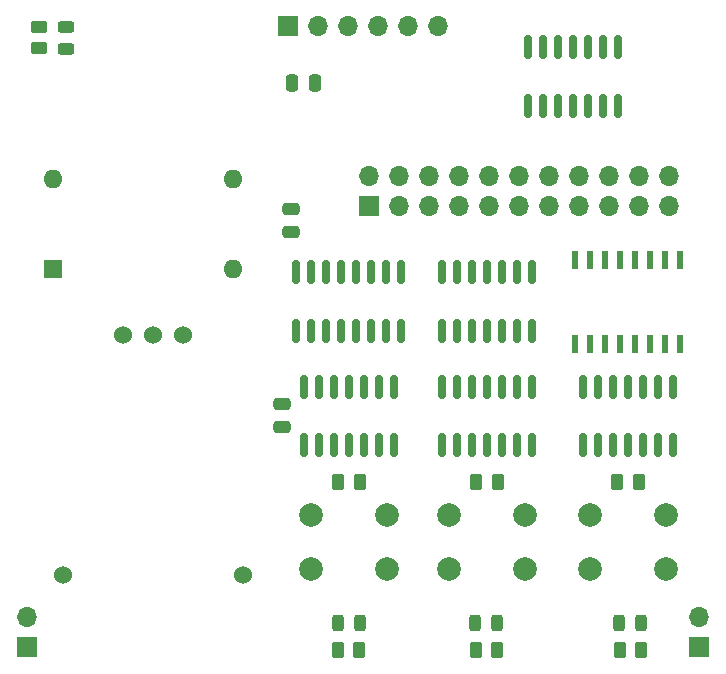
<source format=gbr>
%TF.GenerationSoftware,KiCad,Pcbnew,(6.0.0-0)*%
%TF.CreationDate,2022-10-19T22:54:39-04:00*%
%TF.ProjectId,CLOCK,434c4f43-4b2e-46b6-9963-61645f706362,rev?*%
%TF.SameCoordinates,Original*%
%TF.FileFunction,Soldermask,Top*%
%TF.FilePolarity,Negative*%
%FSLAX46Y46*%
G04 Gerber Fmt 4.6, Leading zero omitted, Abs format (unit mm)*
G04 Created by KiCad (PCBNEW (6.0.0-0)) date 2022-10-19 22:54:39*
%MOMM*%
%LPD*%
G01*
G04 APERTURE LIST*
G04 Aperture macros list*
%AMRoundRect*
0 Rectangle with rounded corners*
0 $1 Rounding radius*
0 $2 $3 $4 $5 $6 $7 $8 $9 X,Y pos of 4 corners*
0 Add a 4 corners polygon primitive as box body*
4,1,4,$2,$3,$4,$5,$6,$7,$8,$9,$2,$3,0*
0 Add four circle primitives for the rounded corners*
1,1,$1+$1,$2,$3*
1,1,$1+$1,$4,$5*
1,1,$1+$1,$6,$7*
1,1,$1+$1,$8,$9*
0 Add four rect primitives between the rounded corners*
20,1,$1+$1,$2,$3,$4,$5,0*
20,1,$1+$1,$4,$5,$6,$7,0*
20,1,$1+$1,$6,$7,$8,$9,0*
20,1,$1+$1,$8,$9,$2,$3,0*%
G04 Aperture macros list end*
%ADD10R,0.600000X1.500000*%
%ADD11RoundRect,0.150000X0.150000X-0.825000X0.150000X0.825000X-0.150000X0.825000X-0.150000X-0.825000X0*%
%ADD12RoundRect,0.243750X0.243750X0.456250X-0.243750X0.456250X-0.243750X-0.456250X0.243750X-0.456250X0*%
%ADD13C,2.000000*%
%ADD14RoundRect,0.250000X0.262500X0.450000X-0.262500X0.450000X-0.262500X-0.450000X0.262500X-0.450000X0*%
%ADD15RoundRect,0.243750X0.456250X-0.243750X0.456250X0.243750X-0.456250X0.243750X-0.456250X-0.243750X0*%
%ADD16R,1.700000X1.700000*%
%ADD17O,1.700000X1.700000*%
%ADD18RoundRect,0.250000X-0.262500X-0.450000X0.262500X-0.450000X0.262500X0.450000X-0.262500X0.450000X0*%
%ADD19RoundRect,0.250000X0.475000X-0.250000X0.475000X0.250000X-0.475000X0.250000X-0.475000X-0.250000X0*%
%ADD20RoundRect,0.250000X-0.450000X0.262500X-0.450000X-0.262500X0.450000X-0.262500X0.450000X0.262500X0*%
%ADD21RoundRect,0.250000X-0.250000X-0.475000X0.250000X-0.475000X0.250000X0.475000X-0.250000X0.475000X0*%
%ADD22C,1.524000*%
%ADD23RoundRect,0.250000X-0.475000X0.250000X-0.475000X-0.250000X0.475000X-0.250000X0.475000X0.250000X0*%
%ADD24R,1.600000X1.600000*%
%ADD25O,1.600000X1.600000*%
G04 APERTURE END LIST*
D10*
%TO.C,U6*%
X128143000Y-109214000D03*
X129413000Y-109214000D03*
X130683000Y-109214000D03*
X131953000Y-109214000D03*
X133223000Y-109214000D03*
X134493000Y-109214000D03*
X135763000Y-109214000D03*
X137033000Y-109214000D03*
X137033000Y-102114000D03*
X135763000Y-102114000D03*
X134493000Y-102114000D03*
X133223000Y-102114000D03*
X131953000Y-102114000D03*
X130683000Y-102114000D03*
X129413000Y-102114000D03*
X128143000Y-102114000D03*
%TD*%
D11*
%TO.C,U4*%
X104521000Y-108139000D03*
X105791000Y-108139000D03*
X107061000Y-108139000D03*
X108331000Y-108139000D03*
X109601000Y-108139000D03*
X110871000Y-108139000D03*
X112141000Y-108139000D03*
X113411000Y-108139000D03*
X113411000Y-103189000D03*
X112141000Y-103189000D03*
X110871000Y-103189000D03*
X109601000Y-103189000D03*
X108331000Y-103189000D03*
X107061000Y-103189000D03*
X105791000Y-103189000D03*
X104521000Y-103189000D03*
%TD*%
%TO.C,U8*%
X116892000Y-108134000D03*
X118162000Y-108134000D03*
X119432000Y-108134000D03*
X120702000Y-108134000D03*
X121972000Y-108134000D03*
X123242000Y-108134000D03*
X124512000Y-108134000D03*
X124512000Y-103184000D03*
X123242000Y-103184000D03*
X121972000Y-103184000D03*
X120702000Y-103184000D03*
X119432000Y-103184000D03*
X118162000Y-103184000D03*
X116892000Y-103184000D03*
%TD*%
%TO.C,U3*%
X105208000Y-117822000D03*
X106478000Y-117822000D03*
X107748000Y-117822000D03*
X109018000Y-117822000D03*
X110288000Y-117822000D03*
X111558000Y-117822000D03*
X112828000Y-117822000D03*
X112828000Y-112872000D03*
X111558000Y-112872000D03*
X110288000Y-112872000D03*
X109018000Y-112872000D03*
X107748000Y-112872000D03*
X106478000Y-112872000D03*
X105208000Y-112872000D03*
%TD*%
D12*
%TO.C,D3*%
X109982000Y-132842000D03*
X108107000Y-132842000D03*
%TD*%
D11*
%TO.C,U1*%
X116892000Y-117822000D03*
X118162000Y-117822000D03*
X119432000Y-117822000D03*
X120702000Y-117822000D03*
X121972000Y-117822000D03*
X123242000Y-117822000D03*
X124512000Y-117822000D03*
X124512000Y-112872000D03*
X123242000Y-112872000D03*
X121972000Y-112872000D03*
X120702000Y-112872000D03*
X119432000Y-112872000D03*
X118162000Y-112872000D03*
X116892000Y-112872000D03*
%TD*%
D13*
%TO.C,SW2*%
X112268000Y-128265000D03*
X105768000Y-128265000D03*
X105768000Y-123765000D03*
X112268000Y-123765000D03*
%TD*%
D14*
%TO.C,R3*%
X121614500Y-120935000D03*
X119789500Y-120935000D03*
%TD*%
D12*
%TO.C,D1*%
X133779500Y-132842000D03*
X131904500Y-132842000D03*
%TD*%
D15*
%TO.C,D4*%
X85090000Y-84249500D03*
X85090000Y-82374500D03*
%TD*%
D16*
%TO.C,J4*%
X110744000Y-97536000D03*
D17*
X110744000Y-94996000D03*
X113284000Y-97536000D03*
X113284000Y-94996000D03*
X115824000Y-97536000D03*
X115824000Y-94996000D03*
X118364000Y-97536000D03*
X118364000Y-94996000D03*
X120904000Y-97536000D03*
X120904000Y-94996000D03*
X123444000Y-97536000D03*
X123444000Y-94996000D03*
X125984000Y-97536000D03*
X125984000Y-94996000D03*
X128524000Y-97536000D03*
X128524000Y-94996000D03*
X131064000Y-97536000D03*
X131064000Y-94996000D03*
X133604000Y-97536000D03*
X133604000Y-94996000D03*
X136144000Y-97536000D03*
X136144000Y-94996000D03*
%TD*%
D18*
%TO.C,R4*%
X131929500Y-135128000D03*
X133754500Y-135128000D03*
%TD*%
D13*
%TO.C,SW3*%
X117452000Y-128265000D03*
X123952000Y-128265000D03*
X117452000Y-123765000D03*
X123952000Y-123765000D03*
%TD*%
D19*
%TO.C,C1*%
X104140000Y-99756000D03*
X104140000Y-97856000D03*
%TD*%
D20*
%TO.C,R7*%
X82804000Y-82399500D03*
X82804000Y-84224500D03*
%TD*%
D18*
%TO.C,R5*%
X119737500Y-135128000D03*
X121562500Y-135128000D03*
%TD*%
D11*
%TO.C,U2*%
X128830000Y-117822000D03*
X130100000Y-117822000D03*
X131370000Y-117822000D03*
X132640000Y-117822000D03*
X133910000Y-117822000D03*
X135180000Y-117822000D03*
X136450000Y-117822000D03*
X136450000Y-112872000D03*
X135180000Y-112872000D03*
X133910000Y-112872000D03*
X132640000Y-112872000D03*
X131370000Y-112872000D03*
X130100000Y-112872000D03*
X128830000Y-112872000D03*
%TD*%
D12*
%TO.C,D2*%
X121587500Y-132842000D03*
X119712500Y-132842000D03*
%TD*%
D14*
%TO.C,R2*%
X109930500Y-120935000D03*
X108105500Y-120935000D03*
%TD*%
%TO.C,R1*%
X133552500Y-120935000D03*
X131727500Y-120935000D03*
%TD*%
D21*
%TO.C,C2*%
X104206000Y-87122000D03*
X106106000Y-87122000D03*
%TD*%
D22*
%TO.C,U4*%
X89916000Y-108458000D03*
X94996000Y-108458000D03*
X84836000Y-128778000D03*
X100076000Y-128778000D03*
X92456000Y-108458000D03*
%TD*%
D23*
%TO.C,C3*%
X103378000Y-114366000D03*
X103378000Y-116266000D03*
%TD*%
D24*
%TO.C,Y1*%
X83917500Y-102860000D03*
D25*
X99157500Y-102860000D03*
X99157500Y-95240000D03*
X83917500Y-95240000D03*
%TD*%
D13*
%TO.C,SW1*%
X135890000Y-128265000D03*
X129390000Y-128265000D03*
X135890000Y-123765000D03*
X129390000Y-123765000D03*
%TD*%
D11*
%TO.C,U7*%
X124206000Y-89089000D03*
X125476000Y-89089000D03*
X126746000Y-89089000D03*
X128016000Y-89089000D03*
X129286000Y-89089000D03*
X130556000Y-89089000D03*
X131826000Y-89089000D03*
X131826000Y-84139000D03*
X130556000Y-84139000D03*
X129286000Y-84139000D03*
X128016000Y-84139000D03*
X126746000Y-84139000D03*
X125476000Y-84139000D03*
X124206000Y-84139000D03*
%TD*%
D18*
%TO.C,R6*%
X108053500Y-135128000D03*
X109878500Y-135128000D03*
%TD*%
D16*
%TO.C,J3*%
X81788000Y-134879000D03*
D17*
X81788000Y-132339000D03*
%TD*%
D16*
%TO.C,J2*%
X138684000Y-134879000D03*
D17*
X138684000Y-132339000D03*
%TD*%
D16*
%TO.C,J1*%
X103886000Y-82296000D03*
D17*
X106426000Y-82296000D03*
X108966000Y-82296000D03*
X111506000Y-82296000D03*
X114046000Y-82296000D03*
X116586000Y-82296000D03*
%TD*%
M02*

</source>
